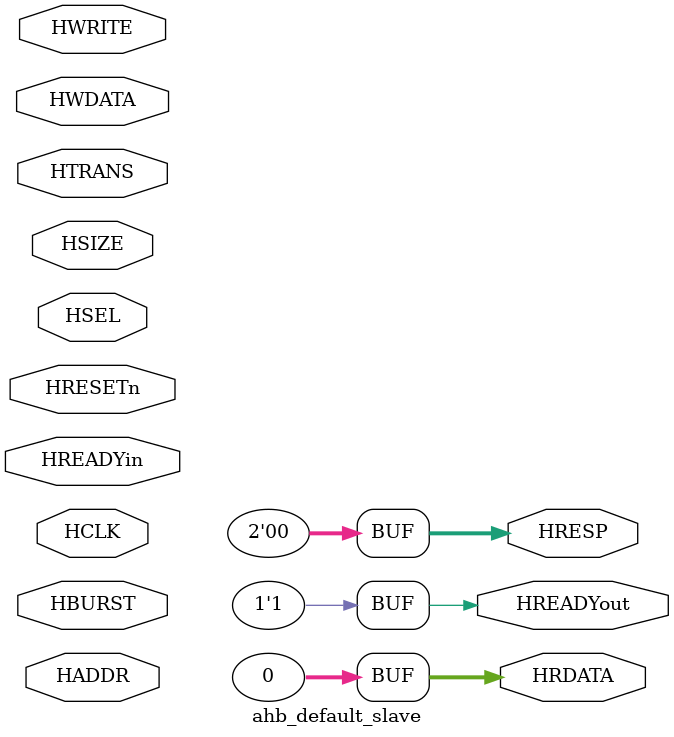
<source format=v>
module amba_ahb_m1s2
     #(parameter P_NUM=2 // num of slaves
               , P_HSEL0_START=32'h00000000, P_HSEL0_SIZE=32'h00010000
               , P_HSEL1_START=32'h10000000, P_HSEL1_SIZE=32'h00010000
               )
(
        input   wire         HRESETn
      , input   wire         HCLK
      , input   wire  [31:0] M_HADDR
      , input   wire  [ 1:0] M_HTRANS
      , input   wire         M_HWRITE
      , input   wire  [ 2:0] M_HSIZE
      , input   wire  [ 2:0] M_HBURST
      , input   wire  [ 3:0] M_HPROT
      , input   wire  [31:0] M_HWDATA
      , output  wire  [31:0] M_HRDATA
      , output  wire  [ 1:0] M_HRESP
      , output  wire         M_HREADY
      , output  wire  [31:0] S_HADDR
      , output  wire  [ 1:0] S_HTRANS
      , output  wire  [ 2:0] S_HSIZE
      , output  wire  [ 2:0] S_HBURST
      , output  wire  [ 3:0] S_HPROT
      , output  wire         S_HWRITE
      , output  wire  [31:0] S_HWDATA
      , output  wire         S_HREADY
      , output  wire         S0_HSEL
      , input   wire         S0_HREADY
      , input   wire  [ 1:0] S0_HRESP
      , input   wire  [31:0] S0_HRDATA
      , output  wire         S1_HSEL
      , input   wire         S1_HREADY
      , input   wire  [ 1:0] S1_HRESP
      , input   wire  [31:0] S1_HRDATA
      , input   wire         REMAP
);
   wire        HSELd; // default slave
   wire [31:0] HRDATAd;
   wire [ 1:0] HRESPd;
   wire        HREADYd;
   assign S_HADDR  = M_HADDR;
   assign S_HTRANS = M_HTRANS;
   assign S_HSIZE  = M_HSIZE;
   assign S_HBURST = M_HBURST;
   assign S_HWRITE = M_HWRITE;
   assign S_HPROT  = M_HPROT;
   assign S_HWDATA = M_HWDATA;
   assign S_HREADY = M_HREADY;
   ahb_decoder_s2
      #(.P_NUM(2)
       ,.P_HSEL0_START(P_HSEL0_START),.P_HSEL0_SIZE(P_HSEL0_SIZE)
       ,.P_HSEL1_START(P_HSEL1_START),.P_HSEL1_SIZE(P_HSEL1_SIZE)
       )
   u_ahb_decoder (
                 .HADDR(M_HADDR)
                ,.HSELd(HSELd)
                ,.HSEL0(S0_HSEL)
                ,.HSEL1(S1_HSEL)
                ,.REMAP(REMAP));
   ahb_s2m_s2 u_ahb_s2m (
                 .HRESETn(HRESETn)
                ,.HCLK   (HCLK   )
                ,.HRDATA (M_HRDATA)
                ,.HRESP  (M_HRESP )
                ,.HREADY (M_HREADY)
                ,.HTRANS (M_HTRANS)
                ,.HSEL0  (S0_HSEL)
                ,.HRDATA0(S0_HRDATA)
                ,.HRESP0 (S0_HRESP)
                ,.HREADY0(S0_HREADY)
                ,.HSEL1  (S1_HSEL)
                ,.HRDATA1(S1_HRDATA)
                ,.HRESP1 (S1_HRESP)
                ,.HREADY1(S1_HREADY)
                ,.HSELd  (HSELd  )
                ,.HRDATAd(HRDATAd)
                ,.HRESPd (HRESPd )
                ,.HREADYd(HREADYd));
   ahb_default_slave u_ahb_default_slave (
                 .HRESETn  (HRESETn  )
                ,.HCLK     (HCLK     )
                ,.HSEL     (HSELd    )
                ,.HADDR    (S_HADDR  )
                ,.HTRANS   (S_HTRANS )
                ,.HWRITE   (S_HWRITE )
                ,.HSIZE    (S_HSIZE  )
                ,.HBURST   (S_HBURST )
                ,.HWDATA   (S_HWDATA )
                ,.HRDATA   (HRDATAd  )
                ,.HRESP    (HRESPd   )
                ,.HREADYin (S_HREADY )
                ,.HREADYout(HREADYd  ));
endmodule
//---------------------------------------------------------------------------
//---------------------------------------------------------------------------
module ahb_decoder_s2
     #(parameter P_NUM        =2
               , P_HSEL0_START=32'h00000000, P_HSEL0_SIZE=32'h00010000
               , P_HSEL0_END  =P_HSEL0_START+P_HSEL0_SIZE
               , P_HSEL1_START=32'h10000000, P_HSEL1_SIZE=32'h00010000
               , P_HSEL1_END  =P_HSEL1_START+P_HSEL1_SIZE
               )
(
       input   wire [31:0] HADDR
     , output  wire        HSELd // default slave
     , output  wire        HSEL0
     , output  wire        HSEL1
     , input   wire        REMAP
);
   wire [1:0] ihsel;
   wire       ihseld = ~|ihsel;
   assign HSELd = ihseld;
   assign HSEL0 = (REMAP) ? ihsel[1] : ihsel[0];
   assign HSEL1 = (REMAP) ? ihsel[0] : ihsel[1];
   assign ihsel[0] = ((P_NUM>0)&&(HADDR>=P_HSEL0_START)&&(HADDR<P_HSEL0_END)) ? 1'b1 : 1'b0;
   assign ihsel[1] = ((P_NUM>1)&&(HADDR>=P_HSEL1_START)&&(HADDR<P_HSEL1_END)) ? 1'b1 : 1'b0;
   `ifdef RIGOR
   // synthesis translate_off
   initial begin
       if (P_HSEL0_SIZE==0) $display("%m ERROR P_HSEL0_SIZE should be positive 32-bit");
       if (P_HSEL1_SIZE==0) $display("%m ERROR P_HSEL1_SIZE should be positive 32-bit");
       if ((P_HSEL0_END>P_HSEL1_START)&&
           (P_HSEL0_END<=P_HSEL1_END)) $display("%m ERROR address range overlapped 0:1");
       if ((P_HSEL1_END>P_HSEL0_START)&&
           (P_HSEL1_END<=P_HSEL0_END)) $display("%m ERROR address range overlapped 1:0");
   end
   // synthesis translate_on
   `endif
endmodule
//---------------------------------------------------------------------------
//---------------------------------------------------------------------------
module ahb_s2m_s2
(
       input   wire         HRESETn
     , input   wire         HCLK
     , input   wire         HSELd
     , input   wire         HSEL0
     , input   wire         HSEL1
     , input   wire         HTRANS
     , output  reg   [31:0] HRDATA
     , output  reg   [ 1:0] HRESP
     , output  reg          HREADY
     , input   wire  [31:0] HRDATA0
     , input   wire  [ 1:0] HRESP0
     , input   wire         HREADY0
     , input   wire  [31:0] HRDATA1
     , input   wire  [ 1:0] HRESP1
     , input   wire         HREADY1
     , input   wire  [31:0] HRDATAd
     , input   wire  [ 1:0] HRESPd
     , input   wire         HREADYd
);
  localparam D_HSEL0 = 3'h1;
  localparam D_HSEL1 = 3'h2;
  localparam D_HSELd = 3'h4;
  wire [2:0] _hsel = {HSELd,HSEL1,HSEL0};
  reg  [2:0] _hsel_reg, _hsel_reg2;
  /*
  reg in_transfer;
  always @(posedge HCLK or negedge HRESETn) begin
      if ((HRESETn==1'b0) ||  ((HTRANS != 2'b00) || (HREADY)) in_transfer <= 1'b0;
          else in_transfer <= 1'b1;
  end
  */
  always @ (posedge HCLK or negedge HRESETn) begin
    if (HRESETn==1'b0)   _hsel_reg <= 3'h0;
    else if(HREADY || (_hsel_reg == 3'b0)) _hsel_reg <= _hsel; // default HREADY must be 1'b1
    //else _hsel_reg <= _hsel; // default HREADY must be 1'b1
  end
  always @ (posedge HCLK or negedge HRESETn) begin
    if (HRESETn==1'b0)   _hsel_reg2 <= 3'h0;
    //else if(HREADY || (_hsel_reg2 == 3'b0)) _hsel_reg2 <= _hsel; // default HREADY must be 1'b1
    else _hsel_reg2 <= _hsel; // default HREADY must be 1'b1
  end
  always @ (_hsel_reg or HREADYd or HREADY0 or HREADY1) begin
    case(_hsel_reg)
      D_HSEL0: HREADY = HREADY0;
      D_HSEL1: HREADY = HREADY1;
      D_HSELd: HREADY = HREADYd;
      default: HREADY = 1'b1;
    endcase
  end
  always @ (_hsel_reg or HRDATAd or HRDATA0 or HRDATA1) begin
    case(_hsel_reg)
      D_HSEL0: HRDATA = HRDATA0;
      D_HSEL1: HRDATA = HRDATA1;
      D_HSELd: HRDATA = HRDATAd;
      default: HRDATA = 32'b0;
    endcase
  end
  always @ (_hsel_reg or HRESPd or HRESP0 or HRESP1) begin
    case(_hsel_reg)
      D_HSEL0: HRESP = HRESP0;
      D_HSEL1: HRESP = HRESP1;
      D_HSELd: HRESP = HRESPd;
      default: HRESP = 2'b01; //`HRESP_ERROR;
    endcase
  end
endmodule
//---------------------------------------------------------------------------
`define AHB_DEFAULT_SLAVE_V
module ahb_default_slave
(
       input   wire         HRESETn
     , input   wire         HCLK
     , input   wire         HSEL
     , input   wire  [31:0] HADDR
     , input   wire  [ 1:0] HTRANS
     , input   wire         HWRITE
     , input   wire  [ 2:0] HSIZE
     , input   wire  [ 2:0] HBURST
     , input   wire  [31:0] HWDATA
     , output  wire  [31:0] HRDATA
     , output  wire [ 1:0] HRESP
     , input   wire         HREADYin
     , output  wire HREADYout
);
assign HRDATA = 32'b0;
assign HRESP = 2'b00; // OK
assign HREADYout = 1'b1;
endmodule
//---------------------------------------------------------------------------
`ifndef AHB_DEFAULT_SLAVE_V
`define AHB_DEFAULT_SLAVE_V
module ahb_default_slave
(
       input   wire         HRESETn
     , input   wire         HCLK
     , input   wire         HSEL
     , input   wire  [31:0] HADDR
     , input   wire  [ 1:0] HTRANS
     , input   wire         HWRITE
     , input   wire  [ 2:0] HSIZE
     , input   wire  [ 2:0] HBURST
     , input   wire  [31:0] HWDATA
     , output  wire  [31:0] HRDATA
     , output  reg   [ 1:0] HRESP=2'b01
     , input   wire         HREADYin
     , output  reg          HREADYout=1'b1
);
   assign HRDATA = 32'h0;
   localparam STH_IDLE   = 2'h0
            , STH_WRITE  = 2'h1
            , STH_READ0  = 2'h2;
   reg [1:0] state=STH_IDLE;
   always @ (posedge HCLK or negedge HRESETn) begin
       if (HRESETn==0) begin
           HRESP     <= 2'b00; //`HRESP_OKAY;
           HREADYout <= 1'b1;
           state     <= STH_IDLE;
       end else begin // if (HRESETn==0) begin
           case (state)
           STH_IDLE: begin
                if (HSEL && HREADYin) begin
                   case (HTRANS)
                   //`HTRANS_IDLE, `HTRANS_BUSY: begin
                   2'b00, 2'b01: begin
                          HREADYout <= 1'b1;
                          HRESP     <= 2'b00; //`HRESP_OKAY;
                          state     <= STH_IDLE;
                    end // HTRANS_IDLE or HTRANS_BUSY
                   //`HTRANS_NONSEQ, `HTRANS_SEQ: begin
                   2'b10, 2'b11: begin
                          HREADYout <= 1'b0;
                          HRESP     <= 2'b01; //`HRESP_ERROR;
                          if (HWRITE) begin
                              state <= STH_WRITE;
                          end else begin
                              state <= STH_READ0;
                          end
                    end // HTRANS_NONSEQ or HTRANS_SEQ
                   endcase // HTRANS
                end else begin// if (HSEL && HREADYin)
                    HREADYout <= 1'b1;
                    HRESP     <= 2'b00; //`HRESP_OKAY;
                end
                end // STH_IDLE
           STH_WRITE: begin
                     HREADYout <= 1'b1;
                     HRESP     <= 2'b01; //`HRESP_ERROR;
                     state     <= STH_IDLE;
                end // STH_WRITE
           STH_READ0: begin
                    HREADYout <= 1'b1;
                    HRESP     <= 2'b01; //`HRESP_ERROR;
                    state     <= STH_IDLE;
                end // STH_READ0
           endcase // state
       end // if (HRESETn==0)
   end // always
endmodule
`endif
//---------------------------------------------------------------------------
/* Copyright 2018 Ando Ki (andoki@gmail.com)

Redistribution and use in source and binary forms, with or without modification, are permitted provided that the following conditions are met:

1. Redistributions of source code must retain the above copyright notice, this list of conditions and the following disclaimer.

2. Redistributions in binary form must reproduce the above copyright notice, this list of conditions and the following disclaimer in the documentation and/or other materials provided with the distribution.

THIS SOFTWARE IS PROVIDED BY THE COPYRIGHT HOLDERS AND CONTRIBUTORS "AS IS" AND ANY EXPRESS OR IMPLIED WARRANTIES, INCLUDING, BUT NOT LIMITED TO, THE IMPLIED WARRANTIES OF MERCHANTABILITY AND FITNESS FOR A PARTICULAR PURPOSE ARE DISCLAIMED. IN NO EVENT SHALL THE COPYRIGHT HOLDER OR CONTRIBUTORS BE LIABLE FOR ANY DIRECT, INDIRECT, INCIDENTAL, SPECIAL, EXEMPLARY, OR CONSEQUENTIAL DAMAGES (INCLUDING, BUT NOT LIMITED TO, PROCUREMENT OF SUBSTITUTE GOODS OR SERVICES; LOSS OF USE, DATA, OR PROFITS; OR BUSINESS INTERRUPTION) HOWEVER CAUSED AND ON ANY THEORY OF LIABILITY, WHETHER IN CONTRACT, STRICT LIABILITY, OR TORT (INCLUDING NEGLIGENCE OR OTHERWISE) ARISING IN ANY WAY OUT OF THE USE OF THIS SOFTWARE, EVEN IF ADVISED OF THE POSSIBILITY OF SUCH DAMAGE.

*/

</source>
